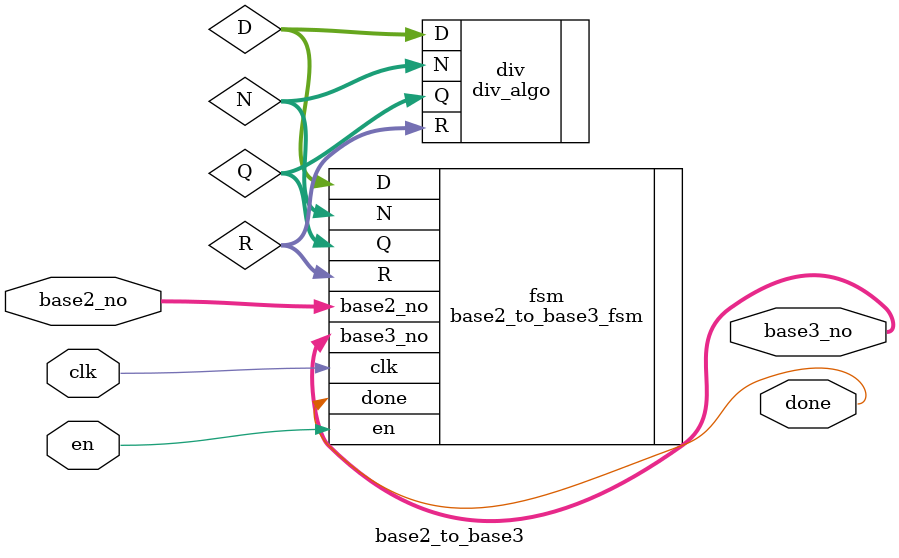
<source format=v>
`timescale 1ns / 1ps
module base2_to_base3 (
    output   [31 : 0]  base3_no, 
    output             done,
    input    [15 : 0]  base2_no,
    input              en,
    input              clk);
	
	wire[15:0] D, N, Q, R;

	base2_to_base3_fsm fsm(.base3_no(base3_no), .done(done),.N(N),.D(D),.base2_no(base2_no),.en(en),.clk(clk),.Q(Q),.R(R));
	div_algo div(.Q(Q), .N(N), .D(D), .R(R));
endmodule

</source>
